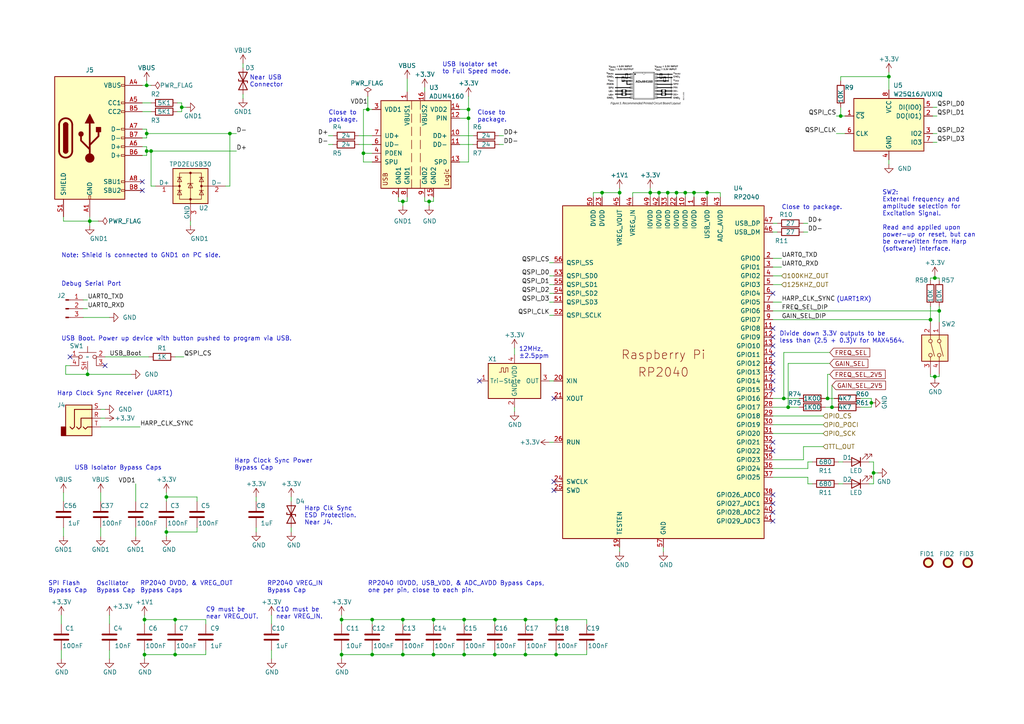
<source format=kicad_sch>
(kicad_sch (version 20231120) (generator "eeschema") (generator_version "8.0")
  (paper "A4")
  (title_block (title "Lickety Split Capacitive Lick Detector Main Board") (date "2023-09-01") (rev "0.10") (company "The Allen Institute for Neural Dynamics"))
  (junction (at 52.705 31.115))
  (junction (at 272.415 90.17))
  (junction (at 174.625 55.88))
  (junction (at 191.135 55.88))
  (junction (at 50.8 179.705))
  (junction (at 201.295 55.88))
  (junction (at 116.84 58.42))
  (junction (at 105.41 44.45))
  (junction (at 107.95 189.865))
  (junction (at 253.365 137.16))
  (junction (at 271.145 109.22))
  (junction (at 99.06 189.865))
  (junction (at 41.91 179.705))
  (junction (at 25.4 108.585))
  (junction (at 179.705 55.88))
  (junction (at 99.06 179.705))
  (junction (at 227.33 115.57))
  (junction (at 134.62 189.865))
  (junction (at 43.815 43.815))
  (junction (at 116.84 189.865))
  (junction (at 152.4 189.865))
  (junction (at 161.29 179.705))
  (junction (at 243.84 33.655))
  (junction (at 134.62 179.705))
  (junction (at 26.035 64.135))
  (junction (at 42.545 43.815))
  (junction (at 240.03 115.57))
  (junction (at 125.73 179.705))
  (junction (at 228.6 118.11))
  (junction (at 41.91 189.865))
  (junction (at 116.84 179.705))
  (junction (at 152.4 179.705))
  (junction (at 205.105 55.88))
  (junction (at 42.545 38.735))
  (junction (at 193.675 55.88))
  (junction (at 50.8 189.865))
  (junction (at 241.3 118.11))
  (junction (at 48.26 154.305))
  (junction (at 143.51 179.705))
  (junction (at 196.215 55.88))
  (junction (at 135.89 31.75))
  (junction (at 107.95 179.705))
  (junction (at 42.545 24.765))
  (junction (at 66.675 38.735))
  (junction (at 252.73 116.84))
  (junction (at 124.46 58.42))
  (junction (at 271.145 80.645))
  (junction (at 161.29 189.865))
  (junction (at 188.595 55.88))
  (junction (at 257.81 22.225))
  (junction (at 269.875 92.71))
  (junction (at 125.73 189.865))
  (junction (at 198.755 55.88))
  (junction (at 48.26 144.145))
  (junction (at 106.68 31.75))
  (junction (at 143.51 189.865))
  (junction (at 135.89 34.29))
  (no_connect (at 41.275 55.245))
  (no_connect (at 224.155 130.81))
  (no_connect (at 224.155 95.25))
  (no_connect (at 224.155 110.49))
  (no_connect (at 224.155 113.03))
  (no_connect (at 224.155 102.87))
  (no_connect (at 224.155 148.59))
  (no_connect (at 224.155 107.95))
  (no_connect (at 20.32 103.505))
  (no_connect (at 224.155 146.05))
  (no_connect (at 224.155 143.51))
  (no_connect (at 224.155 151.13))
  (no_connect (at 224.155 128.27))
  (no_connect (at 30.48 106.045))
  (no_connect (at 160.655 115.57))
  (no_connect (at 224.155 105.41))
  (no_connect (at 224.155 85.09))
  (no_connect (at 224.155 97.79))
  (no_connect (at 41.275 52.705))
  (no_connect (at 160.655 139.7))
  (no_connect (at 224.155 100.33))
  (no_connect (at 160.655 142.24))
  (no_connect (at 139.065 110.49))
  (wire (pts (xy 243.84 22.225) (xy 257.81 22.225)))
  (wire (pts (xy 234.315 138.43) (xy 224.155 138.43)))
  (wire (pts (xy 31.75 178.435) (xy 31.75 180.975)))
  (wire (pts (xy 269.875 88.9) (xy 269.875 92.71)))
  (wire (pts (xy 57.15 154.305) (xy 57.15 153.035)))
  (wire (pts (xy 95.25 39.37) (xy 96.52 39.37)))
  (wire (pts (xy 104.14 39.37) (xy 107.95 39.37)))
  (wire (pts (xy 106.68 27.94) (xy 106.68 31.75)))
  (wire (pts (xy 196.215 55.88) (xy 196.215 57.15)))
  (wire (pts (xy 193.675 55.88) (xy 196.215 55.88)))
  (wire (pts (xy 257.81 22.225) (xy 257.81 26.035)))
  (wire (pts (xy 243.84 23.495) (xy 243.84 22.225)))
  (wire (pts (xy 99.06 179.705) (xy 99.06 180.975)))
  (wire (pts (xy 25.4 107.315) (xy 25.4 108.585)))
  (wire (pts (xy 41.91 179.705) (xy 50.8 179.705)))
  (wire (pts (xy 124.46 58.42) (xy 125.73 58.42)))
  (wire (pts (xy 123.19 58.42) (xy 124.46 58.42)))
  (wire (pts (xy 18.415 153.035) (xy 18.415 155.575)))
  (wire (pts (xy 252.095 133.985) (xy 253.365 133.985)))
  (wire (pts (xy 18.415 62.865) (xy 18.415 64.135)))
  (wire (pts (xy 42.545 42.545) (xy 42.545 43.815)))
  (wire (pts (xy 39.37 140.335) (xy 39.37 145.415)))
  (wire (pts (xy 42.545 43.815) (xy 42.545 45.085)))
  (wire (pts (xy 253.365 137.16) (xy 254.635 137.16)))
  (wire (pts (xy 30.48 103.505) (xy 43.18 103.505)))
  (wire (pts (xy 270.51 38.735) (xy 271.78 38.735)))
  (wire (pts (xy 144.78 41.91) (xy 146.05 41.91)))
  (wire (pts (xy 252.73 115.57) (xy 252.73 116.84)))
  (wire (pts (xy 253.365 137.16) (xy 253.365 140.335)))
  (wire (pts (xy 107.95 188.595) (xy 107.95 189.865)))
  (wire (pts (xy 48.26 142.875) (xy 48.26 144.145)))
  (wire (pts (xy 243.84 31.115) (xy 243.84 33.655)))
  (wire (pts (xy 143.51 179.705) (xy 143.51 180.975)))
  (wire (pts (xy 19.05 108.585) (xy 19.05 106.045)))
  (wire (pts (xy 134.62 179.705) (xy 143.51 179.705)))
  (wire (pts (xy 29.21 123.825) (xy 40.64 123.825)))
  (wire (pts (xy 224.155 115.57) (xy 227.33 115.57)))
  (wire (pts (xy 125.73 180.975) (xy 125.73 179.705)))
  (wire (pts (xy 170.18 188.595) (xy 170.18 189.865)))
  (wire (pts (xy 160.655 80.01) (xy 159.385 80.01)))
  (wire (pts (xy 269.875 80.645) (xy 269.875 81.28)))
  (wire (pts (xy 18.415 142.875) (xy 18.415 145.415)))
  (wire (pts (xy 134.62 189.865) (xy 125.73 189.865)))
  (wire (pts (xy 224.155 123.19) (xy 238.76 123.19)))
  (wire (pts (xy 39.37 153.035) (xy 39.37 155.575)))
  (wire (pts (xy 116.84 179.705) (xy 116.84 180.975)))
  (wire (pts (xy 143.51 188.595) (xy 143.51 189.865)))
  (wire (pts (xy 269.875 109.22) (xy 269.875 108.585)))
  (wire (pts (xy 66.675 38.735) (xy 66.675 53.975)))
  (wire (pts (xy 160.655 82.55) (xy 159.385 82.55)))
  (wire (pts (xy 201.295 55.88) (xy 201.295 57.15)))
  (wire (pts (xy 123.19 57.15) (xy 123.19 58.42)))
  (wire (pts (xy 252.095 140.335) (xy 253.365 140.335)))
  (wire (pts (xy 125.73 188.595) (xy 125.73 189.865)))
  (wire (pts (xy 227.33 102.235) (xy 227.33 115.57)))
  (wire (pts (xy 224.155 67.31) (xy 225.425 67.31)))
  (wire (pts (xy 133.35 41.91) (xy 137.16 41.91)))
  (wire (pts (xy 115.57 57.15) (xy 115.57 58.42)))
  (wire (pts (xy 135.89 31.75) (xy 133.35 31.75)))
  (wire (pts (xy 239.395 115.57) (xy 240.03 115.57)))
  (wire (pts (xy 224.155 133.35) (xy 233.045 133.35)))
  (wire (pts (xy 242.57 33.655) (xy 243.84 33.655)))
  (wire (pts (xy 188.595 55.88) (xy 183.515 55.88)))
  (wire (pts (xy 198.755 55.88) (xy 201.295 55.88)))
  (wire (pts (xy 42.545 45.085) (xy 41.275 45.085)))
  (wire (pts (xy 125.73 189.865) (xy 116.84 189.865)))
  (wire (pts (xy 188.595 55.88) (xy 191.135 55.88)))
  (wire (pts (xy 208.915 55.88) (xy 205.105 55.88)))
  (wire (pts (xy 43.815 53.975) (xy 45.085 53.975)))
  (wire (pts (xy 233.045 64.77) (xy 234.315 64.77)))
  (wire (pts (xy 41.91 189.865) (xy 41.91 191.135)))
  (wire (pts (xy 59.69 189.865) (xy 59.69 188.595)))
  (wire (pts (xy 243.205 140.335) (xy 244.475 140.335)))
  (wire (pts (xy 116.84 58.42) (xy 116.84 59.69)))
  (wire (pts (xy 196.215 55.88) (xy 198.755 55.88)))
  (wire (pts (xy 205.105 55.88) (xy 201.295 55.88)))
  (wire (pts (xy 133.35 34.29) (xy 135.89 34.29)))
  (wire (pts (xy 19.05 108.585) (xy 25.4 108.585)))
  (wire (pts (xy 243.84 33.655) (xy 245.11 33.655)))
  (wire (pts (xy 42.545 24.765) (xy 41.275 24.765)))
  (wire (pts (xy 271.145 109.22) (xy 271.145 109.855)))
  (wire (pts (xy 42.545 23.495) (xy 42.545 24.765)))
  (wire (pts (xy 174.625 55.88) (xy 174.625 57.15)))
  (wire (pts (xy 105.41 46.99) (xy 105.41 44.45)))
  (wire (pts (xy 51.435 29.845) (xy 52.705 29.845)))
  (wire (pts (xy 70.485 27.305) (xy 70.485 28.575)))
  (wire (pts (xy 48.26 154.305) (xy 57.15 154.305)))
  (wire (pts (xy 43.815 24.765) (xy 42.545 24.765)))
  (wire (pts (xy 271.145 80.645) (xy 272.415 80.645)))
  (wire (pts (xy 70.485 18.415) (xy 70.485 19.685)))
  (wire (pts (xy 224.155 90.17) (xy 272.415 90.17)))
  (wire (pts (xy 179.705 55.88) (xy 174.625 55.88)))
  (wire (pts (xy 50.8 179.705) (xy 59.69 179.705)))
  (wire (pts (xy 224.155 82.55) (xy 226.695 82.55)))
  (wire (pts (xy 234.315 135.89) (xy 234.315 133.985)))
  (wire (pts (xy 152.4 188.595) (xy 152.4 189.865)))
  (wire (pts (xy 55.245 64.135) (xy 55.245 65.405)))
  (wire (pts (xy 243.205 133.985) (xy 244.475 133.985)))
  (wire (pts (xy 252.73 116.84) (xy 252.73 118.11)))
  (wire (pts (xy 271.145 80.645) (xy 269.875 80.645)))
  (wire (pts (xy 118.11 57.15) (xy 118.11 58.42)))
  (wire (pts (xy 74.295 144.145) (xy 74.295 145.415)))
  (wire (pts (xy 144.78 39.37) (xy 146.05 39.37)))
  (wire (pts (xy 50.8 180.975) (xy 50.8 179.705)))
  (wire (pts (xy 198.755 55.88) (xy 198.755 57.15)))
  (wire (pts (xy 78.74 188.595) (xy 78.74 191.135)))
  (wire (pts (xy 43.815 43.815) (xy 43.815 53.975)))
  (wire (pts (xy 241.3 118.11) (xy 241.935 118.11)))
  (wire (pts (xy 135.89 34.29) (xy 135.89 46.99)))
  (wire (pts (xy 228.6 118.11) (xy 231.775 118.11)))
  (wire (pts (xy 174.625 55.88) (xy 172.085 55.88)))
  (wire (pts (xy 41.91 188.595) (xy 41.91 189.865)))
  (wire (pts (xy 159.385 91.44) (xy 160.655 91.44)))
  (wire (pts (xy 161.29 189.865) (xy 170.18 189.865)))
  (wire (pts (xy 272.415 88.9) (xy 272.415 90.17)))
  (wire (pts (xy 249.555 118.11) (xy 252.73 118.11)))
  (wire (pts (xy 42.545 38.735) (xy 66.675 38.735)))
  (wire (pts (xy 105.41 44.45) (xy 105.41 31.75)))
  (wire (pts (xy 183.515 55.88) (xy 183.515 57.15)))
  (wire (pts (xy 133.35 39.37) (xy 137.16 39.37)))
  (wire (pts (xy 24.13 89.535) (xy 25.4 89.535)))
  (wire (pts (xy 159.385 128.27) (xy 160.655 128.27)))
  (wire (pts (xy 118.11 58.42) (xy 116.84 58.42)))
  (wire (pts (xy 224.155 80.01) (xy 226.695 80.01)))
  (wire (pts (xy 26.035 64.135) (xy 28.575 64.135)))
  (wire (pts (xy 272.415 109.22) (xy 271.145 109.22)))
  (wire (pts (xy 52.705 32.385) (xy 52.705 31.115)))
  (wire (pts (xy 179.705 55.88) (xy 179.705 57.15)))
  (wire (pts (xy 135.89 46.99) (xy 133.35 46.99)))
  (wire (pts (xy 116.84 189.865) (xy 107.95 189.865)))
  (wire (pts (xy 25.4 108.585) (xy 38.1 108.585)))
  (wire (pts (xy 66.675 38.735) (xy 68.58 38.735)))
  (wire (pts (xy 42.545 40.005) (xy 41.275 40.005)))
  (wire (pts (xy 257.81 46.355) (xy 257.81 47.625)))
  (wire (pts (xy 191.135 55.88) (xy 191.135 57.15)))
  (wire (pts (xy 29.21 153.035) (xy 29.21 155.575)))
  (wire (pts (xy 179.705 54.61) (xy 179.705 55.88)))
  (wire (pts (xy 50.8 189.865) (xy 59.69 189.865)))
  (wire (pts (xy 17.78 188.595) (xy 17.78 191.135)))
  (wire (pts (xy 233.045 129.54) (xy 233.045 133.35)))
  (wire (pts (xy 179.705 158.75) (xy 179.705 160.02)))
  (wire (pts (xy 125.73 179.705) (xy 134.62 179.705)))
  (wire (pts (xy 84.455 153.035) (xy 84.455 154.305)))
  (wire (pts (xy 107.95 31.75) (xy 106.68 31.75)))
  (wire (pts (xy 188.595 54.61) (xy 188.595 55.88)))
  (wire (pts (xy 224.155 125.73) (xy 238.76 125.73)))
  (wire (pts (xy 118.11 22.86) (xy 118.11 26.67)))
  (wire (pts (xy 99.06 188.595) (xy 99.06 189.865)))
  (wire (pts (xy 234.315 140.335) (xy 234.315 138.43)))
  (wire (pts (xy 227.33 115.57) (xy 231.775 115.57)))
  (wire (pts (xy 152.4 180.975) (xy 152.4 179.705)))
  (wire (pts (xy 99.06 179.705) (xy 107.95 179.705)))
  (wire (pts (xy 205.105 55.88) (xy 205.105 57.15)))
  (wire (pts (xy 41.91 189.865) (xy 50.8 189.865)))
  (wire (pts (xy 107.95 46.99) (xy 105.41 46.99)))
  (wire (pts (xy 149.225 118.11) (xy 149.225 119.38)))
  (wire (pts (xy 152.4 189.865) (xy 161.29 189.865)))
  (wire (pts (xy 52.705 31.115) (xy 52.705 29.845)))
  (wire (pts (xy 24.13 86.995) (xy 25.4 86.995)))
  (wire (pts (xy 228.6 105.41) (xy 228.6 118.11)))
  (wire (pts (xy 224.155 74.93) (xy 226.695 74.93)))
  (wire (pts (xy 161.29 179.705) (xy 152.4 179.705)))
  (wire (pts (xy 143.51 189.865) (xy 134.62 189.865)))
  (wire (pts (xy 208.915 57.15) (xy 208.915 55.88)))
  (wire (pts (xy 17.78 178.435) (xy 17.78 180.975)))
  (wire (pts (xy 188.595 55.88) (xy 188.595 57.15)))
  (wire (pts (xy 224.155 120.65) (xy 238.76 120.65)))
  (wire (pts (xy 159.385 110.49) (xy 160.655 110.49)))
  (wire (pts (xy 224.155 77.47) (xy 226.695 77.47)))
  (wire (pts (xy 253.365 133.985) (xy 253.365 137.16)))
  (wire (pts (xy 161.29 180.975) (xy 161.29 179.705)))
  (wire (pts (xy 234.315 133.985) (xy 235.585 133.985)))
  (wire (pts (xy 271.145 109.22) (xy 269.875 109.22)))
  (wire (pts (xy 123.19 25.4) (xy 123.19 26.67)))
  (wire (pts (xy 41.91 178.435) (xy 41.91 179.705)))
  (wire (pts (xy 238.76 129.54) (xy 233.045 129.54)))
  (wire (pts (xy 224.155 135.89) (xy 234.315 135.89)))
  (wire (pts (xy 48.26 153.035) (xy 48.26 154.305)))
  (wire (pts (xy 18.415 64.135) (xy 26.035 64.135)))
  (wire (pts (xy 57.15 145.415) (xy 57.15 144.145)))
  (wire (pts (xy 41.275 29.845) (xy 43.815 29.845)))
  (wire (pts (xy 29.21 142.875) (xy 29.21 145.415)))
  (wire (pts (xy 224.155 87.63) (xy 226.695 87.63)))
  (wire (pts (xy 26.035 62.865) (xy 26.035 64.135)))
  (wire (pts (xy 143.51 179.705) (xy 152.4 179.705)))
  (wire (pts (xy 270.51 33.655) (xy 271.78 33.655)))
  (wire (pts (xy 48.26 154.305) (xy 48.26 155.575)))
  (wire (pts (xy 116.84 188.595) (xy 116.84 189.865)))
  (wire (pts (xy 116.84 58.42) (xy 115.57 58.42)))
  (wire (pts (xy 193.675 55.88) (xy 193.675 57.15)))
  (wire (pts (xy 170.18 180.975) (xy 170.18 179.705)))
  (wire (pts (xy 270.51 31.115) (xy 271.78 31.115)))
  (wire (pts (xy 224.155 64.77) (xy 225.425 64.77)))
  (wire (pts (xy 29.21 118.745) (xy 30.48 118.745)))
  (wire (pts (xy 41.275 37.465) (xy 42.545 37.465)))
  (wire (pts (xy 42.545 37.465) (xy 42.545 38.735)))
  (wire (pts (xy 99.06 189.865) (xy 107.95 189.865)))
  (wire (pts (xy 160.655 87.63) (xy 159.385 87.63)))
  (wire (pts (xy 159.385 76.2) (xy 160.655 76.2)))
  (wire (pts (xy 42.545 43.815) (xy 43.815 43.815)))
  (wire (pts (xy 24.13 92.075) (xy 31.75 92.075)))
  (wire (pts (xy 272.415 80.645) (xy 272.415 81.28)))
  (wire (pts (xy 241.3 111.76) (xy 241.3 118.11)))
  (wire (pts (xy 161.29 189.865) (xy 161.29 188.595)))
  (wire (pts (xy 172.085 55.88) (xy 172.085 57.15)))
  (wire (pts (xy 235.585 140.335) (xy 234.315 140.335)))
  (wire (pts (xy 152.4 189.865) (xy 143.51 189.865)))
  (wire (pts (xy 41.91 179.705) (xy 41.91 180.975)))
  (wire (pts (xy 107.95 179.705) (xy 107.95 180.975)))
  (wire (pts (xy 135.89 27.94) (xy 135.89 31.75)))
  (wire (pts (xy 106.68 31.75) (xy 105.41 31.75)))
  (wire (pts (xy 134.62 179.705) (xy 134.62 180.975)))
  (wire (pts (xy 191.135 55.88) (xy 193.675 55.88)))
  (wire (pts (xy 74.295 153.035) (xy 74.295 154.305)))
  (wire (pts (xy 78.74 178.435) (xy 78.74 180.975)))
  (wire (pts (xy 84.455 144.145) (xy 84.455 145.415)))
  (wire (pts (xy 233.045 67.31) (xy 234.315 67.31)))
  (wire (pts (xy 50.8 189.865) (xy 50.8 188.595)))
  (wire (pts (xy 51.435 32.385) (xy 52.705 32.385)))
  (wire (pts (xy 240.665 102.235) (xy 227.33 102.235)))
  (wire (pts (xy 249.555 115.57) (xy 252.73 115.57)))
  (wire (pts (xy 240.665 105.41) (xy 228.6 105.41)))
  (wire (pts (xy 99.06 189.865) (xy 99.06 191.135)))
  (wire (pts (xy 242.57 38.735) (xy 245.11 38.735)))
  (wire (pts (xy 31.75 188.595) (xy 31.75 191.135)))
  (wire (pts (xy 52.705 31.115) (xy 53.975 31.115)))
  (wire (pts (xy 19.05 106.045) (xy 20.32 106.045)))
  (wire (pts (xy 272.415 108.585) (xy 272.415 109.22)))
  (wire (pts (xy 41.275 42.545) (xy 42.545 42.545)))
  (wire (pts (xy 160.655 85.09) (xy 159.385 85.09)))
  (wire (pts (xy 192.405 158.75) (xy 192.405 160.02)))
  (wire (pts (xy 269.875 92.71) (xy 269.875 93.345)))
  (wire (pts (xy 125.73 58.42) (xy 125.73 57.15)))
  (wire (pts (xy 41.275 32.385) (xy 43.815 32.385)))
  (wire (pts (xy 134.62 188.595) (xy 134.62 189.865)))
  (wire (pts (xy 59.69 180.975) (xy 59.69 179.705)))
  (wire (pts (xy 48.26 144.145) (xy 48.26 145.415)))
  (wire (pts (xy 116.84 179.705) (xy 125.73 179.705)))
  (wire (pts (xy 104.14 41.91) (xy 107.95 41.91)))
  (wire (pts (xy 239.395 118.11) (xy 241.3 118.11)))
  (wire (pts (xy 272.415 90.17) (xy 272.415 93.345)))
  (wire (pts (xy 257.81 20.955) (xy 257.81 22.225)))
  (wire (pts (xy 107.95 44.45) (xy 105.41 44.45)))
  (wire (pts (xy 124.46 58.42) (xy 124.46 59.69)))
  (wire (pts (xy 57.15 144.145) (xy 48.26 144.145)))
  (wire (pts (xy 224.155 118.11) (xy 228.6 118.11)))
  (wire (pts (xy 43.815 43.815) (xy 68.58 43.815)))
  (wire (pts (xy 29.21 121.285) (xy 30.48 121.285)))
  (wire (pts (xy 149.225 100.965) (xy 149.225 102.87)))
  (wire (pts (xy 66.675 53.975) (xy 65.405 53.975)))
  (wire (pts (xy 42.545 38.735) (xy 42.545 40.005)))
  (wire (pts (xy 170.18 179.705) (xy 161.29 179.705)))
  (wire (pts (xy 240.03 108.585) (xy 240.03 115.57)))
  (wire (pts (xy 95.25 41.91) (xy 96.52 41.91)))
  (wire (pts (xy 270.51 41.275) (xy 271.78 41.275)))
  (wire (pts (xy 240.03 115.57) (xy 241.935 115.57)))
  (wire (pts (xy 116.84 179.705) (xy 107.95 179.705)))
  (wire (pts (xy 26.035 64.135) (xy 26.035 65.405)))
  (wire (pts (xy 240.03 108.585) (xy 240.665 108.585)))
  (wire (pts (xy 271.145 80.01) (xy 271.145 80.645)))
  (wire (pts (xy 50.8 103.505) (xy 53.34 103.505)))
  (wire (pts (xy 99.06 178.435) (xy 99.06 179.705)))
  (wire (pts (xy 224.155 92.71) (xy 269.875 92.71)))
  (wire (pts (xy 135.89 31.75) (xy 135.89 34.29)))
  (image (at 186.69 24.765) (scale 0.172608))
  (text "Close to\npackage." (at 95.25 35.56 0) (effects (font (size 1.27 1.27)) (justify left bottom)))
  (text "Close to\npackage." (at 138.43 35.56 0) (effects (font (size 1.27 1.27)) (justify left bottom)))
  (text "Near USB\nConnector" (at 72.39 25.4 0) (effects (font (size 1.27 1.27)) (justify left bottom)))
  (text "Close to package." (at 226.695 60.96 0) (effects (font (size 1.27 1.27)) (justify left bottom)))
  (text "(UART1RX)" (at 242.57 87.63 0) (effects (font (size 1.27 1.27)) (justify left bottom)))
  (text "Harp Clk Sync\nESD Protection.\nNear J4." (at 88.265 152.4 0) (effects (font (size 1.27 1.27)) (justify left bottom)))
  (text "RP2040 VREG_IN\nBypass Cap" (at 77.47 172.085 0) (effects (font (size 1.27 1.27)) (justify left bottom)))
  (text "Oscillator\nBypass Cap" (at 27.94 172.085 0) (effects (font (size 1.27 1.27)) (justify left bottom)))
  (text "Harp Clock Sync Power\nBypass Cap" (at 67.945 136.525 0) (effects (font (size 1.27 1.27)) (justify left bottom)))
  (text "C10 must be \nnear VREG_IN." (at 80.01 179.705 0) (effects (font (size 1.27 1.27)) (justify left bottom)))
  (text "RP2040 DVDD, & VREG_OUT \nBypass Caps" (at 40.64 172.085 0) (effects (font (size 1.27 1.27)) (justify left bottom)))
  (text "Debug Serial Port" (at 17.78 83.185 0) (effects (font (size 1.27 1.27)) (justify left bottom)))
  (text "USB Boot. Power up device with button pushed to program via USB." (at 17.78 99.06 0) (effects (font (size 1.27 1.27)) (justify left bottom)))
  (text "Divide down 3.3V outputs to be\nless than (2.5 + 0.3)V for MAX4564." (at 226.06 99.695 0) (effects (font (size 1.27 1.27)) (justify left bottom)))
  (text "C9 must be \nnear VREG_OUT." (at 59.69 179.705 0) (effects (font (size 1.27 1.27)) (justify left bottom)))
  (text "Harp Clock Sync Receiver (UART1)" (at 16.51 114.935 0) (effects (font (size 1.27 1.27)) (justify left bottom)))
  (text "12MHz,\n±2.5ppm" (at 150.495 104.14 0) (effects (font (size 1.27 1.27)) (justify left bottom)))
  (text "Note: Shield is connected to GND1 on PC side." (at 17.78 74.93 0) (effects (font (size 1.27 1.27)) (justify left bottom)))
  (text "RP2040 IOVDD, USB_VDD, & ADC_AVDD Bypass Caps, \none per pin, close to each pin." (at 106.68 172.085 0) (effects (font (size 1.27 1.27)) (justify left bottom)))
  (text "USB Isolator Bypass Caps" (at 21.59 136.525 0) (effects (font (size 1.27 1.27)) (justify left bottom)))
  (text "SW2:\nExternal frequency and \namplitude selection for\nExcitation Signal.\n\nRead and applied upon\npower-up or reset, but can\nbe overwritten from Harp\n(software) interface." (at 255.905 73.025 0) (effects (font (size 1.27 1.27)) (justify left bottom)))
  (text "SPI Flash\nBypass Cap" (at 13.97 172.085 0) (effects (font (size 1.27 1.27)) (justify left bottom)))
  (text "USB Isolator set\nto Full Speed mode." (at 128.27 21.59 0) (effects (font (size 1.27 1.27)) (justify left bottom)))
  (label "HARP_CLK_SYNC" (at 40.64 123.825 0))
  (label "QSPI_CS" (at 53.34 103.505 0))
  (label "UART0_TXD" (at 226.695 74.93 0))
  (label "QSPI_D3" (at 159.385 87.63 180))
  (label "QSPI_D2" (at 159.385 85.09 180))
  (label "D-" (at 95.25 41.91 180))
  (label "UART0_RXD" (at 25.4 89.535 0))
  (label "QSPI_D1" (at 159.385 82.55 180))
  (label "QSPI_D0" (at 271.78 31.115 0))
  (label "FREQ_SEL_DIP" (at 226.695 90.17 0))
  (label "DD-" (at 146.05 41.91 0))
  (label "QSPI_D3" (at 271.78 41.275 0))
  (label "DD+" (at 146.05 39.37 0))
  (label "HARP_CLK_SYNC" (at 226.695 87.63 0))
  (label "QSPI_CS" (at 242.57 33.655 180))
  (label "USB_Boot" (at 31.75 103.505 0))
  (label "UART0_TXD" (at 25.4 86.995 0))
  (label "QSPI_CLK" (at 242.57 38.735 180))
  (label "DD-" (at 234.315 67.31 0))
  (label "UART0_RXD" (at 226.695 77.47 0))
  (label "D-" (at 68.58 38.735 0))
  (label "QSPI_D2" (at 271.78 38.735 0))
  (label "VDD1" (at 106.68 30.48 180))
  (label "VDD1" (at 39.37 140.335 180))
  (label "GAIN_SEL_DIP" (at 226.695 92.71 0))
  (label "D+" (at 68.58 43.815 0))
  (label "D+" (at 95.25 39.37 180))
  (label "QSPI_D1" (at 271.78 33.655 0))
  (label "QSPI_D0" (at 159.385 80.01 180))
  (label "QSPI_CLK" (at 159.385 91.44 180))
  (label "QSPI_CS" (at 159.385 76.2 180))
  (label "DD+" (at 234.315 64.77 0))
  (global_label "GAIN_SEL_2V5" (shape input) (at 241.3 111.76 0) (property "Intersheetrefs" "${INTERSHEET_REFS}" (effects (hide yes))))
  (global_label "GAIN_SEL" (shape input) (at 240.665 105.41 0) (property "Intersheetrefs" "${INTERSHEET_REFS}" (effects (hide yes))))
  (global_label "FREQ_SEL_2V5" (shape input) (at 240.665 108.585 0) (property "Intersheetrefs" "${INTERSHEET_REFS}" (effects (hide yes))))
  (global_label "FREQ_SEL" (shape input) (at 240.665 102.235 0) (property "Intersheetrefs" "${INTERSHEET_REFS}" (effects (hide yes))))
  (hierarchical_label "PIO_SCK" (shape input) (at 238.76 125.73 0))
  (hierarchical_label "100KHZ_OUT" (shape input) (at 226.695 80.01 0))
  (hierarchical_label "125KHZ_OUT" (shape input) (at 226.695 82.55 0))
  (hierarchical_label "TTL_OUT" (shape input) (at 238.76 129.54 0))
  (hierarchical_label "PIO_POCI" (shape input) (at 238.76 123.19 0))
  (hierarchical_label "PIO_CS" (shape input) (at 238.76 120.65 0))
  (symbol (lib_id "power:+3.3V") (at 135.89 27.94 0) (unit 1)
    (property "Reference" "#PWR029" (effects (hide yes)))
    (property "Value" "+3.3V" (at 135.89 24.13 0))
  )
  (symbol (lib_id "Device:R") (at 47.625 32.385 90) (unit 1)
    (property "Reference" "R3" (at 45.085 34.925 90))
    (property "Value" "5K1" (at 47.625 32.385 90))
    (property "Footprint" "Resistor_SMD:R_0402_1005Metric" (effects (hide yes)))
    (property "Datasheet" "https://www.yageo.com/upload/media/product/productsearch/datasheet/rchip/PYu-RT_1-to-0.01_RoHS_L_13.pdf" (effects (hide yes)))
    (property "Link" "https://www.digikey.com/en/products/detail/yageo/RT0402FRE075K1L/1072083" (effects (hide yes)))
    (property "Manufacturer" "Yageo" (effects (hide yes)))
    (property "Manufacturer Number" "RT0402FRE075K1L" (effects (hide yes)))
    (property "Tolerance" "1%" (effects (hide yes)))
    (property "PCBWay Link" "https://www.pcbway.com/components/detail/RT0402FRE075K1L/449762/" (effects (hide yes)))
  )
  (symbol (lib_id "power:GND") (at 84.455 154.305 0) (unit 1)
    (property "Reference" "#PWR095" (effects (hide yes)))
    (property "Value" "GND" (at 83.185 158.115 0) (effects (justify left)))
  )
  (symbol (lib_id "Mechanical:Fiducial") (at 269.24 163.195 0) (unit 1)
    (property "Reference" "FID1" (at 266.7 160.655 0) (effects (justify left)))
    (property "Value" "Fiducial" (effects (hide yes)))
    (property "Footprint" "Fiducial:Fiducial_0.5mm_Mask1mm" (effects (hide yes)))
    (property "Datasheet" "n/a" (effects (hide yes)))
    (property "Link" "n/a" (effects (hide yes)))
    (property "Manufacturer" "n/a" (effects (hide yes)))
    (property "Manufacturer Number" "n/a" (effects (hide yes)))
  )
  (symbol (lib_id "power:GND1") (at 70.485 28.575 0) (unit 1)
    (property "Reference" "#PWR079" (effects (hide yes)))
    (property "Value" "GND1" (at 70.485 32.385 0))
  )
  (symbol (lib_id "Device:R") (at 243.84 27.305 180) (unit 1)
    (property "Reference" "R9" (at 247.65 25.4 0) (effects (justify left)))
    (property "Value" "10K" (at 243.84 26.035 90) (effects (justify left)))
    (property "Footprint" "Resistor_SMD:R_0402_1005Metric" (effects (hide yes)))
    (property "Datasheet" "https://www.koaspeer.com/pdfs/SG73P.pdf" (effects (hide yes)))
    (property "Link" "https://www.digikey.com/en/products/detail/koa-speer-electronics-inc/SG73P1EWTTP1002F/14316756" (effects (hide yes)))
    (property "Manufacturer" "KOA Speer Electronics, Inc." (effects (hide yes)))
    (property "Manufacturer Number" "SG73P1EWTTP1002F" (effects (hide yes)))
  )
  (symbol (lib_id "Device:R") (at 100.33 41.91 90) (unit 1)
    (property "Reference" "R5" (at 97.79 44.45 90))
    (property "Value" "24" (at 100.33 41.91 90))
    (property "Footprint" "Resistor_SMD:R_0402_1005Metric" (effects (hide yes)))
    (property "Datasheet" "https://www.yageo.com/upload/media/product/productsearch/datasheet/rchip/PYu-AC_51_RoHS_L_10.pdf" (effects (hide yes)))
    (property "Link" "https://www.digikey.com/en/products/detail/yageo/AC0402FR-0724RL/5895214" (effects (hide yes)))
    (property "Manufacturer" "Yageo" (effects (hide yes)))
    (property "Manufacturer Number" "AC0402FR-0724RL" (effects (hide yes)))
    (property "Tolerance" "1%" (effects (hide yes)))
  )
  (symbol (lib_id "Memory_Flash:W25Q128JVS") (at 257.81 36.195 0) (unit 1)
    (property "Reference" "U5" (at 259.08 24.765 0) (effects (justify left)))
    (property "Value" "W25Q16JVUXIQ" (at 259.08 27.305 0) (effects (justify left)))
    (property "Footprint" "kicad_component_library:Winbond-8USON-2x3mm" (effects (hide yes)))
    (property "Datasheet" "https://www.winbond.com/resource-files/w25q16jv%20spi%20revh%2004082019%20plus.pdf" (effects (hide yes)))
    (property "Link" "https://www.digikey.com/en/products/detail/winbond-electronics/W25Q16JVUXIQ-TR/15182017" (effects (hide yes)))
    (property "Manufacturer" "Winbond Electronics" (effects (hide yes)))
    (property "Manufacturer Number" "W25Q16JVUXIQ TR" (effects (hide yes)))
    (property "PCBWay Link" "https://www.pcbway.com/components" (effects (hide yes)))
  )
  (symbol (lib_id "power:GND") (at 252.73 116.84 90) (unit 1)
    (property "Reference" "#PWR0135" (effects (hide yes)))
    (property "Value" "GND" (at 256.54 118.745 0) (effects (justify left)))
  )
  (symbol (lib_id "Device:R") (at 235.585 118.11 270) (unit 1)
    (property "Reference" "R75" (at 230.505 116.84 90))
    (property "Value" "1K00" (at 235.585 118.11 90))
    (property "Footprint" "Resistor_SMD:R_0402_1005Metric" (effects (hide yes)))
    (property "Datasheet" "https://www.yageo.com/upload/media/product/app/datasheet/rchip/pyu-rt_1-to-0.01_rohs_l.pdf" (effects (hide yes)))
    (property "Tolerance" "0.1%" (effects (hide yes)))
    (property "Link" "https://www.digikey.com/en/products/detail/yageo/RT0402BRB071KL/5925998" (effects (hide yes)))
    (property "Manufacturer" "Yageo" (effects (hide yes)))
    (property "Manufacturer Number" "RT0402BRB071KL" (effects (hide yes)))
  )
  (symbol (lib_id "Device:C") (at 41.91 184.785 180) (unit 1)
    (property "Reference" "C6" (at 45.72 182.245 0) (effects (justify left)))
    (property "Value" "100nF" (at 48.26 187.325 0) (effects (justify left)))
    (property "Footprint" "Capacitor_SMD:C_0402_1005Metric" (effects (hide yes)))
    (property "Datasheet" "http://www.passivecomponent.com/wp-content/uploads/datasheet/WTC_MLCC_General_Purpose.pdf" (effects (hide yes)))
    (property "Link" "https://www.digikey.com/en/products/detail/walsin-technology-corporation/0402B104K160CT/6707534" (effects (hide yes)))
    (property "Manufacturer" "Walson Technology Corporation" (effects (hide yes)))
    (property "Manufacturer Number" "0402B104K160CT" (effects (hide yes)))
    (property "Rated Voltage" "16V" (effects (hide yes)))
    (property "Temperature Coefficient" "X7R" (effects (hide yes)))
    (property "Tolerance" "10%" (effects (hide yes)))
    (property "PCBWay Link" "https://www.pcbway.com/components/detail/0402B104K160CT/307171/" (effects (hide yes)))
  )
  (symbol (lib_id "Mechanical:Fiducial") (at 274.955 163.195 0) (unit 1)
    (property "Reference" "FID2" (at 272.415 160.655 0) (effects (justify left)))
    (property "Value" "Fiducial" (effects (hide yes)))
    (property "Footprint" "Fiducial:Fiducial_0.5mm_Mask1mm" (effects (hide yes)))
    (property "Datasheet" "n/a" (effects (hide yes)))
    (property "Link" "n/a" (effects (hide yes)))
    (property "Manufacturer" "n/a" (effects (hide yes)))
    (property "Manufacturer Number" "n/a" (effects (hide yes)))
  )
  (symbol (lib_id "power:GND") (at 31.75 191.135 0) (unit 1)
    (property "Reference" "#PWR012" (effects (hide yes)))
    (property "Value" "GND" (at 29.845 194.945 0) (effects (justify left)))
  )
  (symbol (lib_id "Device:C") (at 31.75 184.785 180) (unit 1)
    (property "Reference" "C4" (at 35.56 182.245 0) (effects (justify left)))
    (property "Value" "10nF" (at 38.1 187.325 0) (effects (justify left)))
    (property "Footprint" "Capacitor_SMD:C_0402_1005Metric" (effects (hide yes)))
    (property "Datasheet" "https://www.yageo.com/upload/media/product/productsearch/datasheet/mlcc/UPY-GPHC_X7R_6.3V-to-250V_23.pdf" (effects (hide yes)))
    (property "Link" "https://www.digikey.com/en/products/detail/yageo/CC0402KPX7R8BB103/11490384" (effects (hide yes)))
    (property "Manufacturer" "Yageo" (effects (hide yes)))
    (property "Manufacturer Number" "CC0402KPX7R8BB103" (effects (hide yes)))
    (property "Rated Voltage" "25V" (effects (hide yes)))
    (property "Temperature Coefficient" "X7R" (effects (hide yes)))
    (property "Tolerance" "10%" (effects (hide yes)))
  )
  (symbol (lib_id "Device:R") (at 235.585 115.57 270) (unit 1)
    (property "Reference" "R74" (at 230.505 114.3 90))
    (property "Value" "1K00" (at 235.585 115.57 90))
    (property "Footprint" "Resistor_SMD:R_0402_1005Metric" (effects (hide yes)))
    (property "Datasheet" "https://www.yageo.com/upload/media/product/app/datasheet/rchip/pyu-rt_1-to-0.01_rohs_l.pdf" (effects (hide yes)))
    (property "Tolerance" "0.1%" (effects (hide yes)))
    (property "Link" "https://www.digikey.com/en/products/detail/yageo/RT0402BRB071KL/5925998" (effects (hide yes)))
    (property "Manufacturer" "Yageo" (effects (hide yes)))
    (property "Manufacturer Number" "RT0402BRB071KL" (effects (hide yes)))
  )
  (symbol (lib_id "power:GND1") (at 116.84 59.69 0) (unit 1)
    (property "Reference" "#PWR025" (effects (hide yes)))
    (property "Value" "GND1" (at 116.84 64.135 0))
  )
  (symbol (lib_id "power:GND1") (at 29.21 155.575 0) (unit 1)
    (property "Reference" "#PWR065" (effects (hide yes)))
    (property "Value" "GND1" (at 29.21 159.385 0))
  )
  (symbol (lib_id "power:+3.3V") (at 31.75 178.435 0) (unit 1)
    (property "Reference" "#PWR064" (effects (hide yes)))
    (property "Value" "+3.3V" (at 35.56 175.895 0))
  )
  (symbol (lib_id "power:GND") (at 38.1 108.585 90) (unit 1)
    (property "Reference" "#PWR010" (effects (hide yes)))
    (property "Value" "GND" (at 41.91 108.5849 90) (effects (justify right)))
  )
  (symbol (lib_id "Device:C") (at 48.26 149.225 180) (unit 1)
    (property "Reference" "C3" (at 52.07 146.685 0) (effects (justify left)))
    (property "Value" "100nF" (at 54.61 151.765 0) (effects (justify left)))
    (property "Footprint" "Capacitor_SMD:C_0402_1005Metric" (effects (hide yes)))
    (property "Datasheet" "http://www.passivecomponent.com/wp-content/uploads/datasheet/WTC_MLCC_General_Purpose.pdf" (effects (hide yes)))
    (property "Link" "https://www.digikey.com/en/products/detail/walsin-technology-corporation/0402B104K160CT/6707534" (effects (hide yes)))
    (property "Manufacturer" "Walson Technology Corporation" (effects (hide yes)))
    (property "Manufacturer Number" "0402B104K160CT" (effects (hide yes)))
    (property "Rated Voltage" "16V" (effects (hide yes)))
    (property "Temperature Coefficient" "X7R" (effects (hide yes)))
    (property "Tolerance" "10%" (effects (hide yes)))
    (property "PCBWay Link" "https://www.pcbway.com/components/detail/0402B104K160CT/307171/" (effects (hide yes)))
  )
  (symbol (lib_id "power:GND") (at 192.405 160.02 0) (unit 1)
    (property "Reference" "#PWR036" (effects (hide yes)))
    (property "Value" "GND" (at 191.135 163.83 0) (effects (justify left)))
  )
  (symbol (lib_id "Device:C") (at 134.62 184.785 180) (unit 1)
    (property "Reference" "C15" (at 138.43 182.245 0) (effects (justify left)))
    (property "Value" "100nF" (at 140.97 187.325 0) (effects (justify left)))
    (property "Footprint" "Capacitor_SMD:C_0402_1005Metric" (effects (hide yes)))
    (property "Datasheet" "http://www.passivecomponent.com/wp-content/uploads/datasheet/WTC_MLCC_General_Purpose.pdf" (effects (hide yes)))
    (property "Link" "https://www.digikey.com/en/products/detail/walsin-technology-corporation/0402B104K160CT/6707534" (effects (hide yes)))
    (property "Manufacturer" "Walson Technology Corporation" (effects (hide yes)))
    (property "Manufacturer Number" "0402B104K160CT" (effects (hide yes)))
    (property "Rated Voltage" "16V" (effects (hide yes)))
    (property "Temperature Coefficient" "X7R" (effects (hide yes)))
    (property "Tolerance" "10%" (effects (hide yes)))
    (property "PCBWay Link" "https://www.pcbway.com/components/detail/0402B104K160CT/307171/" (effects (hide yes)))
  )
  (symbol (lib_id "power:+3.3V") (at 257.81 20.955 0) (unit 1)
    (property "Reference" "#PWR037" (effects (hide yes)))
    (property "Value" "+3.3V" (at 257.81 17.145 0))
  )
  (symbol (lib_id "power:+3.3V") (at 48.26 142.875 0) (unit 1)
    (property "Reference" "#PWR05" (effects (hide yes)))
    (property "Value" "+3.3V" (at 48.26 139.065 0))
  )
  (symbol (lib_id "power:VBUS") (at 70.485 18.415 0) (unit 1)
    (property "Reference" "#PWR055" (effects (hide yes)))
    (property "Value" "VBUS" (at 70.485 14.605 0))
  )
  (symbol (lib_id "power:+1V1") (at 41.91 178.435 0) (unit 1)
    (property "Reference" "#PWR014" (effects (hide yes)))
    (property "Value" "+1V1" (at 41.91 174.625 0))
  )
  (symbol (lib_id "power:PWR_FLAG") (at 43.815 24.765 270) (unit 1)
    (property "Reference" "#FLG02" (effects (hide yes)))
    (property "Value" "PWR_FLAG" (at 46.355 24.765 90) (effects (justify left)))
  )
  (symbol (lib_id "Device:LED") (at 248.285 140.335 180) (unit 1)
    (property "Reference" "D2" (at 245.745 139.065 0))
    (property "Value" "LED" (at 248.285 142.875 0))
    (property "Footprint" "LED_SMD:LED_0603_1608Metric_Pad1.05x0.95mm_HandSolder" (effects (hide yes)))
    (property "Datasheet" "https://www.sunledusa.com/products/spec/XZCDGK53W-1VF.pdf" (effects (hide yes)))
    (property "Link" "https://www.digikey.com/en/products/detail/sunled/XZCDGK53W-1VF/15761905" (effects (hide yes)))
    (property "Notes" "2mA, 98mcd, green" (effects (hide yes)))
    (property "Manufacturer" "SunLED" (effects (hide yes)))
    (property "Manufacturer Number" "XZCDGK53W-1VF" (effects (hide yes)))
  )
  (symbol (lib_id "power:+3.3V") (at 271.145 80.01 0) (unit 1)
    (property "Reference" "#PWR08" (effects (hide yes)))
    (property "Value" "+3.3V" (at 271.145 76.2 0))
  )
  (symbol (lib_id "power:GND") (at 74.295 154.305 0) (unit 1)
    (property "Reference" "#PWR018" (effects (hide yes)))
    (property "Value" "GND" (at 73.025 158.115 0) (effects (justify left)))
  )
  (symbol (lib_id "power:+3.3V") (at 74.295 144.145 0) (unit 1)
    (property "Reference" "#PWR017" (effects (hide yes)))
    (property "Value" "+3.3V" (at 74.295 140.335 0))
  )
  (symbol (lib_id "Device:R") (at 229.235 64.77 90) (unit 1)
    (property "Reference" "R10" (at 227.965 62.23 90))
    (property "Value" "27" (at 229.235 64.77 90))
    (property "Footprint" "Resistor_SMD:R_0402_1005Metric" (effects (hide yes)))
    (property "Datasheet" "RC0402FR-0727RL" (effects (hide yes)))
    (property "Link" "https://www.digikey.com/en/products/detail/yageo/RC0402FR-0727RL/5280946" (effects (hide yes)))
    (property "Manufacturer" "Yageo" (effects (hide yes)))
    (property "Manufacturer Number" "RC0402FR-0727RL" (effects (hide yes)))
    (property "Tolerance" "1%" (effects (hide yes)))
    (property "PCBWay Link" "https://www.pcbway.com/components/detail/RC0402FR0727RL/656670/" (effects (hide yes)))
  )
  (symbol (lib_id "Power_Protection:TPD2EUSB30") (at 55.245 53.975 0) (unit 1)
    (property "Reference" "U2" (at 59.055 60.325 0))
    (property "Value" "TPD2EUSB30" (at 55.245 47.625 0))
    (property "Footprint" "Package_TO_SOT_SMD:Texas_DRT-3" (effects (hide yes)))
    (property "Datasheet" "http://www.ti.com/lit/ds/symlink/tpd2eusb30a.pdf" (effects (hide yes)))
    (property "Link" "https://www.digikey.com/en/products/detail/texas-instruments/TPD2EUSB30DRTR/2193486" (effects (hide yes)))
    (property "PCBWay Link" "https://www.pcbway.com/components/detail/TPD2EUSB30ADRTR/324861/" (effects (hide yes)))
    (property "Manufacturer" "Texas Instruments" (effects (hide yes)))
    (property "Manufacturer Number" "TPD2EUSB30DRTR" (effects (hide yes)))
  )
  (symbol (lib_id "power:+3.3V") (at 99.06 178.435 0) (unit 1)
    (property "Reference" "#PWR023" (effects (hide yes)))
    (property "Value" "+3.3V" (at 99.06 174.625 0))
  )
  (symbol (lib_id "power:GND1") (at 26.035 65.405 0) (unit 1)
    (property "Reference" "#PWR04" (effects (hide yes)))
    (property "Value" "GND1" (at 26.035 69.215 0) (effects (justify left)))
  )
  (symbol (lib_id "Device:C") (at 116.84 184.785 180) (unit 1)
    (property "Reference" "C13" (at 120.65 182.245 0) (effects (justify left)))
    (property "Value" "100nF" (at 123.19 187.325 0) (effects (justify left)))
    (property "Footprint" "Capacitor_SMD:C_0402_1005Metric" (effects (hide yes)))
    (property "Datasheet" "http://www.passivecomponent.com/wp-content/uploads/datasheet/WTC_MLCC_General_Purpose.pdf" (effects (hide yes)))
    (property "Link" "https://www.digikey.com/en/products/detail/walsin-technology-corporation/0402B104K160CT/6707534" (effects (hide yes)))
    (property "Manufacturer" "Walson Technology Corporation" (effects (hide yes)))
    (property "Manufacturer Number" "0402B104K160CT" (effects (hide yes)))
    (property "Rated Voltage" "16V" (effects (hide yes)))
    (property "Temperature Coefficient" "X7R" (effects (hide yes)))
    (property "Tolerance" "10%" (effects (hide yes)))
    (property "PCBWay Link" "https://www.pcbway.com/components/detail/0402B104K160CT/307171/" (effects (hide yes)))
  )
  (symbol (lib_id "power:VBUS") (at 18.415 142.875 0) (unit 1)
    (property "Reference" "#PWR0117" (effects (hide yes)))
    (property "Value" "VBUS" (at 18.415 139.065 0))
  )
  (symbol (lib_id "power:+3.3V") (at 123.19 25.4 0) (unit 1)
    (property "Reference" "#PWR027" (effects (hide yes)))
    (property "Value" "+3.3V" (at 123.19 21.59 0))
  )
  (symbol (lib_id "Device:R") (at 47.625 29.845 90) (unit 1)
    (property "Reference" "R2" (at 45.085 27.305 90))
    (property "Value" "5K1" (at 47.625 29.845 90))
    (property "Footprint" "Resistor_SMD:R_0402_1005Metric" (effects (hide yes)))
    (property "Datasheet" "https://www.yageo.com/upload/media/product/productsearch/datasheet/rchip/PYu-RT_1-to-0.01_RoHS_L_13.pdf" (effects (hide yes)))
    (property "Link" "https://www.digikey.com/en/products/detail/yageo/RT0402FRE075K1L/1072083" (effects (hide yes)))
    (property "Manufacturer" "Yageo" (effects (hide yes)))
    (property "Manufacturer Number" "RT0402FRE075K1L" (effects (hide yes)))
    (property "Tolerance" "1%" (effects (hide yes)))
    (property "PCBWay Link" "https://www.pcbway.com/components/detail/RT0402FRE075K1L/449762/" (effects (hide yes)))
  )
  (symbol (lib_id "Device:R") (at 269.875 85.09 180) (unit 1)
    (property "Reference" "R58" (at 269.24 81.28 0) (effects (justify left)))
    (property "Value" "10K" (at 269.875 83.82 90) (effects (justify left)))
    (property "Footprint" "Resistor_SMD:R_0402_1005Metric" (effects (hide yes)))
    (property "Datasheet" "https://www.koaspeer.com/pdfs/SG73P.pdf" (effects (hide yes)))
    (property "Link" "https://www.digikey.com/en/products/detail/koa-speer-electronics-inc/SG73P1EWTTP1002F/14316756" (effects (hide yes)))
    (property "Manufacturer" "KOA Speer Electronics, Inc." (effects (hide yes)))
    (property "Manufacturer Number" "SG73P1EWTTP1002F" (effects (hide yes)))
  )
  (symbol (lib_id "power:+3.3V") (at 78.74 178.435 0) (unit 1)
    (property "Reference" "#PWR021" (effects (hide yes)))
    (property "Value" "+3.3V" (at 78.74 174.625 0))
  )
  (symbol (lib_id "Device:R") (at 229.235 67.31 90) (unit 1)
    (property "Reference" "R11" (at 226.695 69.85 90))
    (property "Value" "27" (at 229.235 67.31 90))
    (property "Footprint" "Resistor_SMD:R_0402_1005Metric" (effects (hide yes)))
    (property "Datasheet" "RC0402FR-0727RL" (effects (hide yes)))
    (property "Link" "https://www.digikey.com/en/products/detail/yageo/RC0402FR-0727RL/5280946" (effects (hide yes)))
    (property "Manufacturer" "Yageo" (effects (hide yes)))
    (property "Manufacturer Number" "RC0402FR-0727RL" (effects (hide yes)))
    (property "Tolerance" "1%" (effects (hide yes)))
    (property "PCBWay Link" "https://www.pcbway.com/components/detail/RC0402FR0727RL/656670/" (effects (hide yes)))
  )
  (symbol (lib_id "power:GND") (at 99.06 191.135 0) (unit 1)
    (property "Reference" "#PWR024" (effects (hide yes)))
    (property "Value" "GND" (at 97.155 194.945 0) (effects (justify left)))
  )
  (symbol (lib_id "Device:C") (at 143.51 184.785 180) (unit 1)
    (property "Reference" "C16" (at 147.32 182.245 0) (effects (justify left)))
    (property "Value" "100nF" (at 149.86 187.325 0) (effects (justify left)))
    (property "Footprint" "Capacitor_SMD:C_0402_1005Metric" (effects (hide yes)))
    (property "Datasheet" "http://www.passivecomponent.com/wp-content/uploads/datasheet/WTC_MLCC_General_Purpose.pdf" (effects (hide yes)))
    (property "Link" "https://www.digikey.com/en/products/detail/walsin-technology-corporation/0402B104K160CT/6707534" (effects (hide yes)))
    (property "Manufacturer" "Walson Technology Corporation" (effects (hide yes)))
    (property "Manufacturer Number" "0402B104K160CT" (effects (hide yes)))
    (property "Rated Voltage" "16V" (effects (hide yes)))
    (property "Temperature Coefficient" "X7R" (effects (hide yes)))
    (property "Tolerance" "10%" (effects (hide yes)))
    (property "PCBWay Link" "https://www.pcbway.com/components/detail/0402B104K160CT/307171/" (effects (hide yes)))
  )
  (symbol (lib_id "Connector:Conn_01x03_Male") (at 19.05 89.535 0) (unit 1)
    (property "Reference" "J2" (at 17.78 85.725 0))
    (property "Value" "Conn_01x03_Male" (effects (hide yes)))
    (property "Footprint" "Connector_PinHeader_2.54mm:PinHeader_1x03_P2.54mm_Vertical" (effects (hide yes)))
    (property "Datasheet" "n/a" (effects (hide yes)))
    (property "Notes" "DNP" (effects (hide yes)))
    (property "Alternate" "n/a" (effects (hide yes)))
    (property "Link" "n/a" (effects (hide yes)))
    (property "Manufacturer" "n/a" (effects (hide yes)))
    (property "Manufacturer Number" "n/a" (effects (hide yes)))
  )
  (symbol (lib_id "pi_pico:RP2040") (at 192.405 107.95 0) (unit 1)
    (property "Reference" "U4" (at 212.725 54.61 0) (effects (justify left)))
    (property "Value" "RP2040" (at 212.725 57.15 0) (effects (justify left)))
    (property "Footprint" "kicad_component_library:RP2040-QFN-56" (effects (hide yes)))
    (property "Datasheet" "https://datasheets.raspberrypi.com/rp2040/rp2040-datasheet.pdf" (effects (hide yes)))
    (property "PCBWay Link" "https://www.pcbway.com/components/detail/SC091413/363165/" (effects (hide yes)))
    (property "Link" "https://www.digikey.com/en/products/detail/raspberry-pi/SC0914-13/14306010?s=N4IgTCBcDaIE4AcwAYAsyQF0C%2BQ" (effects (hide yes)))
    (property "Manufacturer Number" "SC0914(13)" (effects (hide yes)))
    (property "Manufacturer" "Raspberry Pi" (effects (hide yes)))
  )
  (symbol (lib_id "power:GND") (at 31.75 92.075 90) (unit 1)
    (property "Reference" "#PWR09" (effects (hide yes)))
    (property "Value" "GND" (at 35.56 92.0749 90) (effects (justify right)))
  )
  (symbol (lib_id "power:+3.3V") (at 188.595 54.61 0) (unit 1)
    (property "Reference" "#PWR030" (effects (hide yes)))
    (property "Value" "+3.3V" (at 188.595 50.8 0))
  )
  (symbol (lib_id "power:GND") (at 149.225 119.38 0) (unit 1)
    (property "Reference" "#PWR031" (effects (hide yes)))
    (property "Value" "GND" (at 147.32 123.19 0) (effects (justify left)))
  )
  (symbol (lib_id "Connector:USB_C_Receptacle_USB2.0") (at 26.035 40.005 0) (unit 1)
    (property "Reference" "J5" (at 26.035 20.32 0))
    (property "Value" "USB_C_Receptacle_USB2.0" (effects (hide yes)))
    (property "Footprint" "Connector_USB:USB_C_Receptacle_JAE_DX07S016JA1R1500" (effects (hide yes)))
    (property "Datasheet" "https://www.jae.com/direct/topics/topics_file_download/?topics_id=66500&ext_no=04&_lang=en&v=2019072610033121856109" (effects (hide yes)))
    (property "Link" "https://www.digikey.com/en/products/detail/jae-electronics/DX07S016JA1R1500/11585731?s=N4IgTCBcDaICIA0AMB2AykgjANgFIEFMAlTAViSRAF0BfIA" (effects (hide yes)))
    (property "Manufacturer" "JAE Electronics" (effects (hide yes)))
    (property "Manufacturer Number" "DX07S016JA1R1500" (effects (hide yes)))
    (property "PCBWay Link" "https://www.pcbway.com/components/detail/DX07S016JA1R1500/10895/" (effects (hide yes)))
  )
  (symbol (lib_id "Device:C") (at 161.29 184.785 180) (unit 1)
    (property "Reference" "C18" (at 165.1 182.245 0) (effects (justify left)))
    (property "Value" "100nF" (at 167.64 187.325 0) (effects (justify left)))
    (property "Footprint" "Capacitor_SMD:C_0402_1005Metric" (effects (hide yes)))
    (property "Datasheet" "http://www.passivecomponent.com/wp-content/uploads/datasheet/WTC_MLCC_General_Purpose.pdf" (effects (hide yes)))
    (property "Link" "https://www.digikey.com/en/products/detail/walsin-technology-corporation/0402B104K160CT/6707534" (effects (hide yes)))
    (property "Manufacturer" "Walson Technology Corporation" (effects (hide yes)))
    (property "Manufacturer Number" "0402B104K160CT" (effects (hide yes)))
    (property "Rated Voltage" "16V" (effects (hide yes)))
    (property "Temperature Coefficient" "X7R" (effects (hide yes)))
    (property "Tolerance" "10%" (effects (hide yes)))
    (property "PCBWay Link" "https://www.pcbway.com/components/detail/0402B104K160CT/307171/" (effects (hide yes)))
  )
  (symbol (lib_id "power:+3.3V") (at 84.455 144.145 0) (unit 1)
    (property "Reference" "#PWR094" (effects (hide yes)))
    (property "Value" "+3.3V" (at 84.455 140.335 0))
  )
  (symbol (lib_id "Device:R") (at 100.33 39.37 90) (unit 1)
    (property "Reference" "R4" (at 97.79 36.83 90))
    (property "Value" "24" (at 100.33 39.37 90))
    (property "Footprint" "Resistor_SMD:R_0402_1005Metric" (effects (hide yes)))
    (property "Datasheet" "https://www.yageo.com/upload/media/product/productsearch/datasheet/rchip/PYu-AC_51_RoHS_L_10.pdf" (effects (hide yes)))
    (property "Link" "https://www.digikey.com/en/products/detail/yageo/AC0402FR-0724RL/5895214" (effects (hide yes)))
    (property "Manufacturer" "Yageo" (effects (hide yes)))
    (property "Manufacturer Number" "AC0402FR-0724RL" (effects (hide yes)))
    (property "Tolerance" "1%" (effects (hide yes)))
  )
  (symbol (lib_id "power:GND") (at 254.635 137.16 90) (unit 1)
    (property "Reference" "#PWR039" (effects (hide yes)))
    (property "Value" "GND" (at 258.445 139.7 90) (effects (justify left)))
  )
  (symbol (lib_id "power:GND1") (at 39.37 155.575 0) (unit 1)
    (property "Reference" "#PWR03" (effects (hide yes)))
    (property "Value" "GND1" (at 39.37 159.385 0))
  )
  (symbol (lib_id "power:VBUS") (at 42.545 23.495 0) (unit 1)
    (property "Reference" "#PWR016" (effects (hide yes)))
    (property "Value" "VBUS" (at 42.545 19.685 0))
  )
  (symbol (lib_id "Device:C") (at 57.15 149.225 180) (unit 1)
    (property "Reference" "C5" (at 60.96 146.685 0) (effects (justify left)))
    (property "Value" "100nF" (at 63.5 151.765 0) (effects (justify left)))
    (property "Footprint" "Capacitor_SMD:C_0402_1005Metric" (effects (hide yes)))
    (property "Datasheet" "http://www.passivecomponent.com/wp-content/uploads/datasheet/WTC_MLCC_General_Purpose.pdf" (effects (hide yes)))
    (property "Link" "https://www.digikey.com/en/products/detail/walsin-technology-corporation/0402B104K160CT/6707534" (effects (hide yes)))
    (property "Manufacturer" "Walson Technology Corporation" (effects (hide yes)))
    (property "Manufacturer Number" "0402B104K160CT" (effects (hide yes)))
    (property "Rated Voltage" "16V" (effects (hide yes)))
    (property "Temperature Coefficient" "X7R" (effects (hide yes)))
    (property "Tolerance" "10%" (effects (hide yes)))
    (property "PCBWay Link" "https://www.pcbway.com/components/detail/0402B104K160CT/307171/" (effects (hide yes)))
  )
  (symbol (lib_id "Device:C") (at 59.69 184.785 0) (unit 1)
    (property "Reference" "C9" (at 60.96 182.245 0) (effects (justify left)))
    (property "Value" "1uF" (at 60.96 187.325 0) (effects (justify left)))
    (property "Footprint" "Capacitor_SMD:C_0402_1005Metric" (effects (hide yes)))
    (property "Datasheet" "https://search.murata.co.jp/Ceramy/image/img/A01X/G101/ENG/GRM155R6YA105KE11-01.pdf" (effects (hide yes)))
    (property "Notes" "must not be polarized" (effects (hide yes)))
    (property "Link" "https://www.digikey.com/en/products/detail/murata-electronics/GRM155R6YA105KE11J/4905163" (effects (hide yes)))
    (property "Manufacturer Number" "GRM155R6YA105KE11J" (effects (hide yes)))
    (property "Manufacturer" "Murata Electronics" (effects (hide yes)))
    (property "Rated Voltage" "35V" (effects (hide yes)))
    (property "Temperature Coefficient" "X5R" (effects (hide yes)))
  )
  (symbol (lib_id "Device:R") (at 245.745 118.11 90) (unit 1)
    (property "Reference" "R61" (at 252.095 116.84 90) (effects (justify left)))
    (property "Value" "4K7" (at 247.015 118.11 90) (effects (justify left)))
    (property "Footprint" "Resistor_SMD:R_0402_1005Metric" (effects (hide yes)))
    (property "Datasheet" "https://www.koaspeer.com/pdfs/RN73R.pdf" (effects (hide yes)))
    (property "Link" "https://www.digikey.com/en/products/detail/koa-speer-electronics-inc/RN73R1ETTP4701B25/9991850" (effects (hide yes)))
    (property "Manufacturer" "KOA Speer Electronics, Inc." (effects (hide yes)))
    (property "Manufacturer Number" "RN73R1ETTP4701B25" (effects (hide yes)))
    (property "Tolerance" "0.1%" (effects (hide yes)))
    (property "Vendor Number" "2019-RN73R1ETTP4701B25DKR-ND" (effects (hide yes)))
  )
  (symbol (lib_id "Device:C") (at 74.295 149.225 0) (unit 1)
    (property "Reference" "C8" (at 74.295 146.685 0) (effects (justify left)))
    (property "Value" "1uF" (at 75.565 151.765 0) (effects (justify left)))
    (property "Footprint" "Capacitor_SMD:C_0402_1005Metric" (effects (hide yes)))
    (property "Datasheet" "https://search.murata.co.jp/Ceramy/image/img/A01X/G101/ENG/GRM155R6YA105KE11-01.pdf" (effects (hide yes)))
    (property "Notes" "must not be polarized" (effects (hide yes)))
    (property "Link" "https://www.digikey.com/en/products/detail/murata-electronics/GRM155R6YA105KE11J/4905163" (effects (hide yes)))
    (property "Manufacturer Number" "GRM155R6YA105KE11J" (effects (hide yes)))
    (property "Manufacturer" "Murata Electronics" (effects (hide yes)))
    (property "Rated Voltage" "35V" (effects (hide yes)))
    (property "Temperature Coefficient" "X5R" (effects (hide yes)))
  )
  (symbol (lib_id "power:GND") (at 41.91 191.135 0) (unit 1)
    (property "Reference" "#PWR015" (effects (hide yes)))
    (property "Value" "GND" (at 40.005 194.945 0) (effects (justify left)))
  )
  (symbol (lib_id "Device:D_TVS") (at 84.455 149.225 90) (unit 1)
    (property "Reference" "D4" (at 85.725 145.415 90) (effects (justify right)))
    (property "Value" "D_TVS" (effects (hide yes)))
    (property "Footprint" "Diode_SMD:D_0402_1005Metric" (effects (hide yes)))
    (property "Datasheet" "https://www.onsemi.com/pdf/datasheet/esd7571-d.pdf" (effects (hide yes)))
    (property "Link" "https://www.digikey.com/en/products/detail/onsemi/ESD7571N2T5G/7220690" (effects (hide yes)))
    (property "Manufacturer" "onsemi" (effects (hide yes)))
    (property "Manufacturer Number" "ESD7571N2T5G" (effects (hide yes)))
    (property "Notes" "not polarized" (effects (hide yes)))
  )
  (symbol (lib_id "power:GND1") (at 18.415 155.575 0) (unit 1)
    (property "Reference" "#PWR0116" (effects (hide yes)))
    (property "Value" "GND1" (at 18.415 159.385 0))
  )
  (symbol (lib_id "Device:R") (at 239.395 133.985 90) (unit 1)
    (property "Reference" "R11" (at 239.395 136.525 90))
    (property "Value" "680" (at 239.395 133.985 90))
    (property "Footprint" "Resistor_SMD:R_0402_1005Metric" (effects (hide yes)))
    (property "Datasheet" "https://www.yageo.com/upload/media/product/productsearch/datasheet/rchip/PYu-RC_Group_51_RoHS_L_12.pdf" (effects (hide yes)))
    (property "Link" "https://www.digikey.com/en/products/detail/yageo/RC0402FR-07680RL/726654" (effects (hide yes)))
    (property "Manufacturer" "Yageo" (effects (hide yes)))
    (property "Manufacturer Number" "RC0402FR-07680RL" (effects (hide yes)))
    (property "Tolerance" "1%" (effects (hide yes)))
    (instances (project "ttl_io" (path "" (reference "R11") (unit 1))) (project "harp_lick_detector_capactive" (path "" (reference "R12") (unit 1))))
  )
  (symbol (lib_id "Device:C") (at 170.18 184.785 180) (unit 1)
    (property "Reference" "C19" (at 173.99 182.245 0) (effects (justify left)))
    (property "Value" "100nF" (at 176.53 187.325 0) (effects (justify left)))
    (property "Footprint" "Capacitor_SMD:C_0402_1005Metric" (effects (hide yes)))
    (property "Datasheet" "http://www.passivecomponent.com/wp-content/uploads/datasheet/WTC_MLCC_General_Purpose.pdf" (effects (hide yes)))
    (property "Link" "https://www.digikey.com/en/products/detail/walsin-technology-corporation/0402B104K160CT/6707534" (effects (hide yes)))
    (property "Manufacturer" "Walson Technology Corporation" (effects (hide yes)))
    (property "Manufacturer Number" "0402B104K160CT" (effects (hide yes)))
    (property "Rated Voltage" "16V" (effects (hide yes)))
    (property "Temperature Coefficient" "X7R" (effects (hide yes)))
    (property "Tolerance" "10%" (effects (hide yes)))
    (property "PCBWay Link" "https://www.pcbway.com/components/detail/0402B104K160CT/307171/" (effects (hide yes)))
  )
  (symbol (lib_id "Device:C") (at 125.73 184.785 180) (unit 1)
    (property "Reference" "C14" (at 129.54 182.245 0) (effects (justify left)))
    (property "Value" "100nF" (at 132.08 187.325 0) (effects (justify left)))
    (property "Footprint" "Capacitor_SMD:C_0402_1005Metric" (effects (hide yes)))
    (property "Datasheet" "http://www.passivecomponent.com/wp-content/uploads/datasheet/WTC_MLCC_General_Purpose.pdf" (effects (hide yes)))
    (property "Link" "https://www.digikey.com/en/products/detail/walsin-technology-corporation/0402B104K160CT/6707534" (effects (hide yes)))
    (property "Manufacturer" "Walson Technology Corporation" (effects (hide yes)))
    (property "Manufacturer Number" "0402B104K160CT" (effects (hide yes)))
    (property "Rated Voltage" "16V" (effects (hide yes)))
    (property "Temperature Coefficient" "X7R" (effects (hide yes)))
    (property "Tolerance" "10%" (effects (hide yes)))
    (property "PCBWay Link" "https://www.pcbway.com/components/detail/0402B104K160CT/307171/" (effects (hide yes)))
  )
  (symbol (lib_id "Device:R") (at 239.395 140.335 90) (unit 1)
    (property "Reference" "R11" (at 239.395 142.875 90))
    (property "Value" "680" (at 239.395 140.335 90))
    (property "Footprint" "Resistor_SMD:R_0402_1005Metric" (effects (hide yes)))
    (property "Datasheet" "https://www.yageo.com/upload/media/product/productsearch/datasheet/rchip/PYu-RC_Group_51_RoHS_L_12.pdf" (effects (hide yes)))
    (property "Link" "https://www.digikey.com/en/products/detail/yageo/RC0402FR-07680RL/726654" (effects (hide yes)))
    (property "Manufacturer" "Yageo" (effects (hide yes)))
    (property "Manufacturer Number" "RC0402FR-07680RL" (effects (hide yes)))
    (property "Tolerance" "1%" (effects (hide yes)))
    (instances (project "ttl_io" (path "" (reference "R11") (unit 1))) (project "harp_lick_detector_capactive" (path "" (reference "R13") (unit 1))))
  )
  (symbol (lib_id "Mechanical:Fiducial") (at 280.67 163.195 0) (unit 1)
    (property "Reference" "FID3" (at 278.13 160.655 0) (effects (justify left)))
    (property "Value" "Fiducial" (effects (hide yes)))
    (property "Footprint" "Fiducial:Fiducial_0.5mm_Mask1mm" (effects (hide yes)))
    (property "Datasheet" "n/a" (effects (hide yes)))
    (property "Link" "n/a" (effects (hide yes)))
    (property "Manufacturer" "n/a" (effects (hide yes)))
    (property "Manufacturer Number" "n/a" (effects (hide yes)))
  )
  (symbol (lib_id "Device:C") (at 152.4 184.785 180) (unit 1)
    (property "Reference" "C17" (at 156.21 182.245 0) (effects (justify left)))
    (property "Value" "100nF" (at 158.75 187.325 0) (effects (justify left)))
    (property "Footprint" "Capacitor_SMD:C_0402_1005Metric" (effects (hide yes)))
    (property "Datasheet" "http://www.passivecomponent.com/wp-content/uploads/datasheet/WTC_MLCC_General_Purpose.pdf" (effects (hide yes)))
    (property "Link" "https://www.digikey.com/en/products/detail/walsin-technology-corporation/0402B104K160CT/6707534" (effects (hide yes)))
    (property "Manufacturer" "Walson Technology Corporation" (effects (hide yes)))
    (property "Manufacturer Number" "0402B104K160CT" (effects (hide yes)))
    (property "Rated Voltage" "16V" (effects (hide yes)))
    (property "Temperature Coefficient" "X7R" (effects (hide yes)))
    (property "Tolerance" "10%" (effects (hide yes)))
    (property "PCBWay Link" "https://www.pcbway.com/components/detail/0402B104K160CT/307171/" (effects (hide yes)))
  )
  (symbol (lib_id "power:GND1") (at 55.245 65.405 0) (unit 1)
    (property "Reference" "#PWR020" (effects (hide yes)))
    (property "Value" "GND1" (at 55.245 69.215 0) (effects (justify left)))
  )
  (symbol (lib_id "Device:D_TVS") (at 70.485 23.495 90) (unit 1)
    (property "Reference" "D3" (at 71.12 19.685 90) (effects (justify right)))
    (property "Value" "D_TVS" (effects (hide yes)))
    (property "Footprint" "Diode_SMD:D_0402_1005Metric" (effects (hide yes)))
    (property "Datasheet" "https://www.onsemi.com/pdf/datasheet/esd7571-d.pdf" (effects (hide yes)))
    (property "Link" "https://www.digikey.com/en/products/detail/onsemi/ESD7571N2T5G/7220690" (effects (hide yes)))
    (property "Manufacturer" "onsemi" (effects (hide yes)))
    (property "Manufacturer Number" "ESD7571N2T5G" (effects (hide yes)))
    (property "Notes" "not polarized" (effects (hide yes)))
    (property "Alternate" "PESD5V0F1BLD,315" (effects (hide yes)))
  )
  (symbol (lib_id "power:GND") (at 271.145 109.855 0) (unit 1)
    (property "Reference" "#PWR0138" (effects (hide yes)))
    (property "Value" "GND" (at 269.24 113.665 0) (effects (justify left)))
  )
  (symbol (lib_id "Device:R") (at 245.745 115.57 90) (unit 1)
    (property "Reference" "R60" (at 252.095 114.3 90) (effects (justify left)))
    (property "Value" "4K7" (at 247.015 115.57 90) (effects (justify left)))
    (property "Footprint" "Resistor_SMD:R_0402_1005Metric" (effects (hide yes)))
    (property "Datasheet" "https://www.koaspeer.com/pdfs/RN73R.pdf" (effects (hide yes)))
    (property "Link" "https://www.digikey.com/en/products/detail/koa-speer-electronics-inc/RN73R1ETTP4701B25/9991850" (effects (hide yes)))
    (property "Manufacturer" "KOA Speer Electronics, Inc." (effects (hide yes)))
    (property "Manufacturer Number" "RN73R1ETTP4701B25" (effects (hide yes)))
    (property "Tolerance" "0.1%" (effects (hide yes)))
    (property "Vendor Number" "2019-RN73R1ETTP4701B25DKR-ND" (effects (hide yes)))
  )
  (symbol (lib_id "Connector:AudioJack3") (at 24.13 121.285 0) (unit 1)
    (property "Reference" "J4" (at 17.78 117.475 0))
    (property "Value" "AudioJack3" (effects (hide yes)))
    (property "Footprint" "Connector_Audio:Jack_3.5mm_CUI_SJ-3524-SMT_Horizontal" (effects (hide yes)))
    (property "Datasheet" "https://www.cuidevices.com/product/resource/sj-352x-smt.pdf" (effects (hide yes)))
    (property "Link" "https://www.digikey.com/en/products/detail/cui-devices/SJ-3524-SMT-TR-BE/2295987" (effects (hide yes)))
    (property "Manufacturer Number" "SJ-3524-SMT-TR-BE" (effects (hide yes)))
    (property "Manufacturer" "CUI Devices" (effects (hide yes)))
  )
  (symbol (lib_id "Device:C") (at 17.78 184.785 180) (unit 1)
    (property "Reference" "C1" (at 21.59 182.245 0) (effects (justify left)))
    (property "Value" "100nF" (at 24.13 187.325 0) (effects (justify left)))
    (property "Footprint" "Capacitor_SMD:C_0402_1005Metric" (effects (hide yes)))
    (property "Datasheet" "http://www.passivecomponent.com/wp-content/uploads/datasheet/WTC_MLCC_General_Purpose.pdf" (effects (hide yes)))
    (property "Link" "https://www.digikey.com/en/products/detail/walsin-technology-corporation/0402B104K160CT/6707534" (effects (hide yes)))
    (property "Manufacturer" "Walson Technology Corporation" (effects (hide yes)))
    (property "Manufacturer Number" "0402B104K160CT" (effects (hide yes)))
    (property "Rated Voltage" "16V" (effects (hide yes)))
    (property "Temperature Coefficient" "X7R" (effects (hide yes)))
    (property "Tolerance" "10%" (effects (hide yes)))
    (property "PCBWay Link" "https://www.pcbway.com/components/detail/0402B104K160CT/307171/" (effects (hide yes)))
  )
  (symbol (lib_id "power:+3.3V") (at 159.385 128.27 90) (unit 1)
    (property "Reference" "#PWR078" (effects (hide yes)))
    (property "Value" "+3.3V" (at 153.67 128.27 90))
  )
  (symbol (lib_id "power:PWR_FLAG") (at 106.68 27.94 0) (unit 1)
    (property "Reference" "#FLG03" (effects (hide yes)))
    (property "Value" "PWR_FLAG" (at 101.6 24.13 0) (effects (justify left)))
  )
  (symbol (lib_id "Device:C") (at 107.95 184.785 180) (unit 1)
    (property "Reference" "C12" (at 111.76 182.245 0) (effects (justify left)))
    (property "Value" "100nF" (at 114.3 187.325 0) (effects (justify left)))
    (property "Footprint" "Capacitor_SMD:C_0402_1005Metric" (effects (hide yes)))
    (property "Datasheet" "http://www.passivecomponent.com/wp-content/uploads/datasheet/WTC_MLCC_General_Purpose.pdf" (effects (hide yes)))
    (property "Link" "https://www.digikey.com/en/products/detail/walsin-technology-corporation/0402B104K160CT/6707534" (effects (hide yes)))
    (property "Manufacturer" "Walson Technology Corporation" (effects (hide yes)))
    (property "Manufacturer Number" "0402B104K160CT" (effects (hide yes)))
    (property "Rated Voltage" "16V" (effects (hide yes)))
    (property "Temperature Coefficient" "X7R" (effects (hide yes)))
    (property "Tolerance" "10%" (effects (hide yes)))
    (property "PCBWay Link" "https://www.pcbway.com/components/detail/0402B104K160CT/307171/" (effects (hide yes)))
  )
  (symbol (lib_id "power:VBUS") (at 118.11 22.86 0) (unit 1)
    (property "Reference" "#PWR026" (effects (hide yes)))
    (property "Value" "VBUS" (at 118.11 19.05 0))
  )
  (symbol (lib_id "Device:R") (at 46.99 103.505 90) (unit 1)
    (property "Reference" "R1" (at 46.99 100.965 90))
    (property "Value" "1K" (at 46.99 103.505 90))
    (property "Footprint" "Resistor_SMD:R_0402_1005Metric" (effects (hide yes)))
    (property "Datasheet" "n/a" (effects (hide yes)))
    (property "Tolerance" "1%" (effects (hide yes)))
    (property "Link" "https://www.digikey.com/en/products/detail/yageo/RT0402BRD071KL/1069118" (effects (hide yes)))
    (property "Manufacturer" "Yageo" (effects (hide yes)))
    (property "Manufacturer Number" "RT0402BRD071KL" (effects (hide yes)))
  )
  (symbol (lib_id "power:GND") (at 124.46 59.69 0) (unit 1)
    (property "Reference" "#PWR028" (effects (hide yes)))
    (property "Value" "GND" (at 122.555 64.135 0) (effects (justify left)))
  )
  (symbol (lib_id "power:GND") (at 179.705 160.02 0) (unit 1)
    (property "Reference" "#PWR034" (effects (hide yes)))
    (property "Value" "GND" (at 178.435 163.83 0) (effects (justify left)))
  )
  (symbol (lib_id "power:+3.3V") (at 30.48 121.285 270) (unit 1)
    (property "Reference" "#PWR0100" (effects (hide yes)))
    (property "Value" "+3.3V" (at 36.195 121.285 90))
  )
  (symbol (lib_id "power:+3.3V") (at 17.78 178.435 0) (unit 1)
    (property "Reference" "#PWR01" (effects (hide yes)))
    (property "Value" "+3.3V" (at 17.78 174.625 0))
  )
  (symbol (lib_id "Device:R") (at 272.415 85.09 180) (unit 1)
    (property "Reference" "R57" (at 276.86 81.28 0) (effects (justify left)))
    (property "Value" "10K" (at 272.415 83.82 90) (effects (justify left)))
    (property "Footprint" "Resistor_SMD:R_0402_1005Metric" (effects (hide yes)))
    (property "Datasheet" "https://www.koaspeer.com/pdfs/SG73P.pdf" (effects (hide yes)))
    (property "Link" "https://www.digikey.com/en/products/detail/koa-speer-electronics-inc/SG73P1EWTTP1002F/14316756" (effects (hide yes)))
    (property "Manufacturer" "KOA Speer Electronics, Inc." (effects (hide yes)))
    (property "Manufacturer Number" "SG73P1EWTTP1002F" (effects (hide yes)))
  )
  (symbol (lib_id "kicad_component_library:SW_Push_with_gnd") (at 25.4 103.505 0) (unit 1)
    (property "Reference" "SW1" (at 22.225 100.33 0))
    (property "Value" "~" (at 25.4 103.505 0))
    (property "Footprint" "kicad_component_library:SW_Push_1P1T-SH_NO_Vertical_Wuerth_WS-TASV" (effects (hide yes)))
    (property "Datasheet" "https://www.we-online.com/components/products/datasheet/435451019820.pdf" (effects (hide yes)))
    (property "Manufacturer Number" "435451019820" (effects (hide yes)))
    (property "Manufacturer" "Würth Elektronik" (effects (hide yes)))
    (property "Link" "https://www.digikey.com/en/products/detail/w%C3%BCrth-elektronik/435451019820/18735367" (effects (hide yes)))
    (property "Alternate" "https://www.digikey.com/en/products/detail/w%C3%BCrth-elektronik/435431019840/18735375" (effects (hide yes)))
    (property "Notes" "washable" (effects (hide yes)))
  )
  (symbol (lib_id "Device:C") (at 39.37 149.225 180) (unit 1)
    (property "Reference" "C2" (at 43.18 146.685 0) (effects (justify left)))
    (property "Value" "100nF" (at 45.72 151.765 0) (effects (justify left)))
    (property "Footprint" "Capacitor_SMD:C_0402_1005Metric" (effects (hide yes)))
    (property "Datasheet" "http://www.passivecomponent.com/wp-content/uploads/datasheet/WTC_MLCC_General_Purpose.pdf" (effects (hide yes)))
    (property "Link" "https://www.digikey.com/en/products/detail/walsin-technology-corporation/0402B104K160CT/6707534" (effects (hide yes)))
    (property "Manufacturer" "Walson Technology Corporation" (effects (hide yes)))
    (property "Manufacturer Number" "0402B104K160CT" (effects (hide yes)))
    (property "Rated Voltage" "16V" (effects (hide yes)))
    (property "Temperature Coefficient" "X7R" (effects (hide yes)))
    (property "Tolerance" "10%" (effects (hide yes)))
    (property "PCBWay Link" "https://www.pcbway.com/components/detail/0402B104K160CT/307171/" (effects (hide yes)))
  )
  (symbol (lib_id "Interface_USB:ADUM4160") (at 120.65 41.91 0) (unit 1)
    (property "Reference" "U3" (at 124.46 25.4 0) (effects (justify left)))
    (property "Value" "ADUM4160" (at 124.46 27.94 0) (effects (justify left)))
    (property "Footprint" "Package_SO:SOIC-16W_7.5x10.3mm_P1.27mm" (effects (hide yes)))
    (property "Datasheet" "https://www.analog.com/media/en/technical-documentation/data-sheets/ADuM4160.pdf" (effects (hide yes)))
    (property "PCBWay Link" "https://www.pcbway.com/components/detail/ADUM4160BRWZRL/328710/" (effects (hide yes)))
    (property "Link" "https://www.digikey.com/en/products/detail/analog-devices-inc/ADUM4160BRWZ-RL/2183012" (effects (hide yes)))
    (property "Manufacturer Number" "ADUM4160BRWZ-RL" (effects (hide yes)))
    (property "Manufacturer" "Analog Devices Inc." (effects (hide yes)))
  )
  (symbol (lib_id "Device:C") (at 50.8 184.785 180) (unit 1)
    (property "Reference" "C7" (at 54.61 182.245 0) (effects (justify left)))
    (property "Value" "100nF" (at 57.15 187.325 0) (effects (justify left)))
    (property "Footprint" "Capacitor_SMD:C_0402_1005Metric" (effects (hide yes)))
    (property "Datasheet" "http://www.passivecomponent.com/wp-content/uploads/datasheet/WTC_MLCC_General_Purpose.pdf" (effects (hide yes)))
    (property "Link" "https://www.digikey.com/en/products/detail/walsin-technology-corporation/0402B104K160CT/6707534" (effects (hide yes)))
    (property "Manufacturer" "Walson Technology Corporation" (effects (hide yes)))
    (property "Manufacturer Number" "0402B104K160CT" (effects (hide yes)))
    (property "Rated Voltage" "16V" (effects (hide yes)))
    (property "Temperature Coefficient" "X7R" (effects (hide yes)))
    (property "Tolerance" "10%" (effects (hide yes)))
    (property "PCBWay Link" "https://www.pcbway.com/components/detail/0402B104K160CT/307171/" (effects (hide yes)))
  )
  (symbol (lib_id "power:GND1") (at 53.975 31.115 90) (unit 1)
    (property "Reference" "#PWR019" (effects (hide yes)))
    (property "Value" "GND1" (at 53.34 33.655 90) (effects (justify right)))
  )
  (symbol (lib_id "Device:LED") (at 248.285 133.985 180) (unit 1)
    (property "Reference" "D1" (at 245.745 132.715 0))
    (property "Value" "LED" (at 248.285 136.525 0))
    (property "Footprint" "LED_SMD:LED_0603_1608Metric_Pad1.05x0.95mm_HandSolder" (effects (hide yes)))
    (property "Datasheet" "https://www.sunledusa.com/products/spec/XZCDGK53W-1VF.pdf" (effects (hide yes)))
    (property "Link" "https://www.digikey.com/en/products/detail/sunled/XZCDGK53W-1VF/15761905" (effects (hide yes)))
    (property "Notes" "2mA, 98mcd, green" (effects (hide yes)))
    (property "Manufacturer" "SunLED" (effects (hide yes)))
    (property "Manufacturer Number" "XZCDGK53W-1VF" (effects (hide yes)))
    (property "PCBWay Link" "https://www.pcbway.com/components/detail/XZCDGK53W1VF/501988/" (effects (hide yes)))
  )
  (symbol (lib_id "power:GND") (at 78.74 191.135 0) (unit 1)
    (property "Reference" "#PWR022" (effects (hide yes)))
    (property "Value" "GND" (at 76.835 194.945 0) (effects (justify left)))
  )
  (symbol (lib_id "Device:C") (at 78.74 184.785 0) (unit 1)
    (property "Reference" "C10" (at 78.74 182.245 0) (effects (justify left)))
    (property "Value" "1uF" (at 80.01 187.325 0) (effects (justify left)))
    (property "Footprint" "Capacitor_SMD:C_0402_1005Metric" (effects (hide yes)))
    (property "Datasheet" "https://search.murata.co.jp/Ceramy/image/img/A01X/G101/ENG/GRM155R6YA105KE11-01.pdf" (effects (hide yes)))
    (property "Notes" "must not be polarized" (effects (hide yes)))
    (property "Link" "https://www.digikey.com/en/products/detail/murata-electronics/GRM155R6YA105KE11J/4905163" (effects (hide yes)))
    (property "Manufacturer Number" "GRM155R6YA105KE11J" (effects (hide yes)))
    (property "Manufacturer" "Murata Electronics" (effects (hide yes)))
    (property "Rated Voltage" "35V" (effects (hide yes)))
    (property "Temperature Coefficient" "X5R" (effects (hide yes)))
  )
  (symbol (lib_id "Device:C") (at 29.21 149.225 180) (unit 1)
    (property "Reference" "C37" (at 33.02 146.685 0) (effects (justify left)))
    (property "Value" "100nF" (at 35.56 151.765 0) (effects (justify left)))
    (property "Footprint" "Capacitor_SMD:C_0402_1005Metric" (effects (hide yes)))
    (property "Datasheet" "http://www.passivecomponent.com/wp-content/uploads/datasheet/WTC_MLCC_General_Purpose.pdf" (effects (hide yes)))
    (property "Link" "https://www.digikey.com/en/products/detail/walsin-technology-corporation/0402B104K160CT/6707534" (effects (hide yes)))
    (property "Manufacturer" "Walson Technology Corporation" (effects (hide yes)))
    (property "Manufacturer Number" "0402B104K160CT" (effects (hide yes)))
    (property "Rated Voltage" "16V" (effects (hide yes)))
    (property "Temperature Coefficient" "X7R" (effects (hide yes)))
    (property "Tolerance" "10%" (effects (hide yes)))
    (property "PCBWay Link" "https://www.pcbway.com/components/detail/0402B104K160CT/307171/" (effects (hide yes)))
  )
  (symbol (lib_id "power:VBUS") (at 29.21 142.875 0) (unit 1)
    (property "Reference" "#PWR074" (effects (hide yes)))
    (property "Value" "VBUS" (at 29.21 139.065 0))
  )
  (symbol (lib_id "kicad_component_library:ECS-TXO-2016") (at 149.225 110.49 0) (unit 1)
    (property "Reference" "X1" (at 142.875 104.14 0))
    (property "Value" "ECS-TXO-2016" (effects (hide yes)))
    (property "Footprint" "Crystal:Crystal_SMD_2016-4Pin_2.0x1.6mm" (effects (hide yes)))
    (property "Datasheet" "https://ecsxtal.com/store/pdf/ECS-TXO-2016.pdf" (effects (hide yes)))
    (property "Link" "https://www.digikey.com/en/products/detail/ecs-inc/ECS-TXO-2016-33-120-TR/10244135" (effects (hide yes)))
    (property "Manufacturer" "ECS Inc." (effects (hide yes)))
    (property "Manufacturer Number" "ECS-TXO-2016-33-120-TR" (effects (hide yes)))
    (property "Notes" "HCMOS" (effects (hide yes)))
    (property "Tolerance" "±2.5ppm" (effects (hide yes)))
    (property "PCBWay Link" "https://www.pcbway.com/components/detail/ECSTXO201633120TR/348903/" (effects (hide yes)))
  )
  (symbol (lib_id "power:GND") (at 257.81 47.625 0) (unit 1)
    (property "Reference" "#PWR038" (effects (hide yes)))
    (property "Value" "GND" (at 260.35 48.8949 0) (effects (justify left)))
  )
  (symbol (lib_id "Device:C") (at 99.06 184.785 0) (unit 1)
    (property "Reference" "C11" (at 100.33 182.245 0) (effects (justify left)))
    (property "Value" "10uF" (at 100.33 187.325 0) (effects (justify left)))
    (property "Footprint" "Capacitor_SMD:C_0805_2012Metric" (effects (hide yes)))
    (property "Datasheet" "https://search.murata.co.jp/Ceramy/image/img/A01X/G101/ENG/GRM21BZ71E106KE15-01.pdf" (effects (hide yes)))
    (property "Link" "https://www.digikey.com/en/products/detail/murata-electronics/GRM21BZ71E106KE15L/13904911" (effects (hide yes)))
    (property "Manufacturer Number" "GRM21BZ71E106KE15L" (effects (hide yes)))
    (property "Rated Voltage" "25V" (effects (hide yes)))
    (property "Temperature Coefficient" "X7R" (effects (hide yes)))
    (property "Manufacturer" "Murata Electronics" (effects (hide yes)))
    (property "Alternate" "CL21B106KOQNNNE" (effects (hide yes)))
  )
  (symbol (lib_id "power:GND") (at 48.26 155.575 0) (unit 1)
    (property "Reference" "#PWR06" (effects (hide yes)))
    (property "Value" "GND" (at 46.99 159.385 0) (effects (justify left)))
  )
  (symbol (lib_id "power:+1V1") (at 179.705 54.61 0) (unit 1)
    (property "Reference" "#PWR033" (effects (hide yes)))
    (property "Value" "+1V1" (at 179.705 50.8 0))
  )
  (symbol (lib_id "power:GND") (at 30.48 118.745 90) (unit 1)
    (property "Reference" "#PWR07" (effects (hide yes)))
    (property "Value" "GND" (at 34.29 118.7449 90) (effects (justify right)))
  )
  (symbol (lib_id "Device:C") (at 18.415 149.225 0) (unit 1)
    (property "Reference" "C56" (at 18.415 146.685 0) (effects (justify left)))
    (property "Value" "1uF" (at 19.685 151.765 0) (effects (justify left)))
    (property "Footprint" "Capacitor_SMD:C_0402_1005Metric" (effects (hide yes)))
    (property "Datasheet" "https://search.murata.co.jp/Ceramy/image/img/A01X/G101/ENG/GRM155R6YA105KE11-01.pdf" (effects (hide yes)))
    (property "Notes" "must not be polarized" (effects (hide yes)))
    (property "Link" "https://www.digikey.com/en/products/detail/murata-electronics/GRM155R6YA105KE11J/4905163" (effects (hide yes)))
    (property "Manufacturer Number" "GRM155R6YA105KE11J" (effects (hide yes)))
    (property "Manufacturer" "Murata Electronics" (effects (hide yes)))
    (property "Rated Voltage" "35V" (effects (hide yes)))
    (property "Temperature Coefficient" "X5R" (effects (hide yes)))
  )
  (symbol (lib_id "Device:R") (at 140.97 41.91 90) (unit 1)
    (property "Reference" "R7" (at 138.43 44.45 90))
    (property "Value" "24" (at 140.97 41.91 90))
    (property "Footprint" "Resistor_SMD:R_0402_1005Metric" (effects (hide yes)))
    (property "Datasheet" "https://www.yageo.com/upload/media/product/productsearch/datasheet/rchip/PYu-AC_51_RoHS_L_10.pdf" (effects (hide yes)))
    (property "Link" "https://www.digikey.com/en/products/detail/yageo/AC0402FR-0724RL/5895214" (effects (hide yes)))
    (property "Manufacturer" "Yageo" (effects (hide yes)))
    (property "Manufacturer Number" "AC0402FR-0724RL" (effects (hide yes)))
    (property "Tolerance" "1%" (effects (hide yes)))
  )
  (symbol (lib_id "Device:R") (at 140.97 39.37 90) (unit 1)
    (property "Reference" "R6" (at 138.43 36.83 90))
    (property "Value" "24" (at 140.97 39.37 90))
    (property "Footprint" "Resistor_SMD:R_0402_1005Metric" (effects (hide yes)))
    (property "Datasheet" "https://www.yageo.com/upload/media/product/productsearch/datasheet/rchip/PYu-AC_51_RoHS_L_10.pdf" (effects (hide yes)))
    (property "Link" "https://www.digikey.com/en/products/detail/yageo/AC0402FR-0724RL/5895214" (effects (hide yes)))
    (property "Manufacturer" "Yageo" (effects (hide yes)))
    (property "Manufacturer Number" "AC0402FR-0724RL" (effects (hide yes)))
    (property "Tolerance" "1%" (effects (hide yes)))
  )
  (symbol (lib_id "power:+3.3V") (at 149.225 100.965 0) (unit 1)
    (property "Reference" "#PWR0132" (effects (hide yes)))
    (property "Value" "+3.3V" (at 149.225 97.155 0))
  )
  (symbol (lib_id "power:GND") (at 17.78 191.135 0) (unit 1)
    (property "Reference" "#PWR02" (effects (hide yes)))
    (property "Value" "GND" (at 15.875 194.945 0) (effects (justify left)))
  )
  (symbol (lib_id "power:PWR_FLAG") (at 28.575 64.135 270) (unit 1)
    (property "Reference" "#FLG01" (effects (hide yes)))
    (property "Value" "PWR_FLAG" (at 36.195 64.135 90))
  )
  (symbol (lib_id "Switch:SW_DIP_x02") (at 269.875 100.965 270) (unit 1)
    (property "Reference" "SW2" (at 273.05 93.98 90) (effects (justify left)))
    (property "Value" "SW_DIP_x02" (effects (hide yes)))
    (property "Footprint" "Button_Switch_SMD:SW_DIP_SPSTx02_Slide_9.78x7.26mm_W8.61mm_P2.54mm" (effects (hide yes)))
    (property "Datasheet" "https://www.ctscorp.com/Files/DataSheets/Switches/DIP-Switches/CTS-Switches-DIP-204-Series-Datasheet.pdf" (effects (hide yes)))
    (property "Manufacturer Number" "204-2ST" (effects (hide yes)))
    (property "Vendor" "Digikey" (effects (hide yes)))
    (property "Link" "https://www.digikey.com/en/products/detail/cts-electrocomponents/204-2ST/267298" (effects (hide yes)))
    (property "Notes" "Washable (includes top tape)." (effects (hide yes)))
  )
)
</source>
